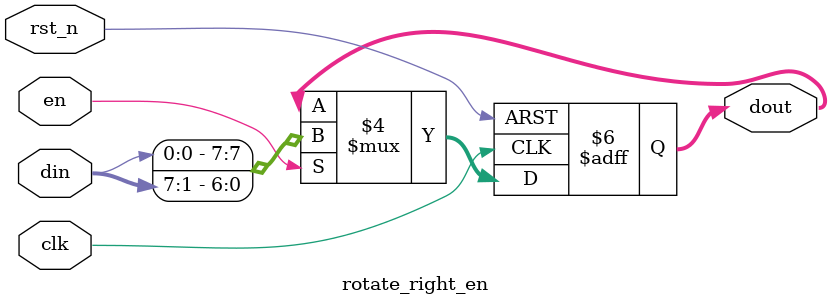
<source format=sv>
module rotate_right_en #(parameter W=8) (
    input wire clk,
    input wire en,
    input wire rst_n,
    input wire [W-1:0] din,
    output reg [W-1:0] dout
);

always @(posedge clk or negedge rst_n) begin
    if (!rst_n) begin
        dout <= {W{1'b0}};
    end else begin
        case ({en})
            1'b1: dout <= (W > 1) ? {din[0], din[W-1:1]} : din;
            default: dout <= dout;
        endcase
    end
end

endmodule
</source>
